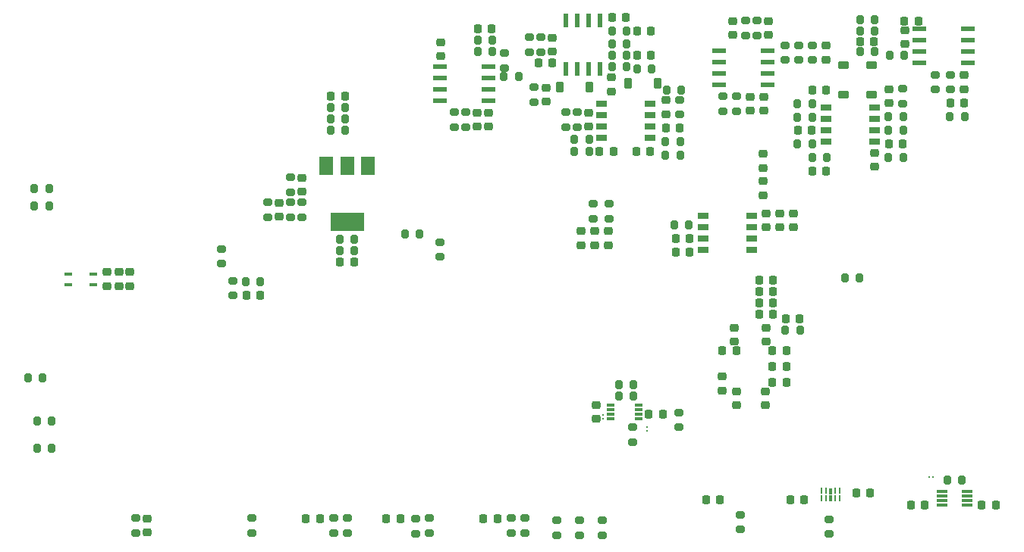
<source format=gbr>
%TF.GenerationSoftware,KiCad,Pcbnew,9.0.0*%
%TF.CreationDate,2025-11-08T16:48:47+03:00*%
%TF.ProjectId,harp.device.quad.dac,68617270-2e64-4657-9669-63652e717561,1.1*%
%TF.SameCoordinates,PX81941e8PY5f5e100*%
%TF.FileFunction,Paste,Bot*%
%TF.FilePolarity,Positive*%
%FSLAX46Y46*%
G04 Gerber Fmt 4.6, Leading zero omitted, Abs format (unit mm)*
G04 Created by KiCad (PCBNEW 9.0.0) date 2025-11-08 16:48:47*
%MOMM*%
%LPD*%
G01*
G04 APERTURE LIST*
G04 Aperture macros list*
%AMRoundRect*
0 Rectangle with rounded corners*
0 $1 Rounding radius*
0 $2 $3 $4 $5 $6 $7 $8 $9 X,Y pos of 4 corners*
0 Add a 4 corners polygon primitive as box body*
4,1,4,$2,$3,$4,$5,$6,$7,$8,$9,$2,$3,0*
0 Add four circle primitives for the rounded corners*
1,1,$1+$1,$2,$3*
1,1,$1+$1,$4,$5*
1,1,$1+$1,$6,$7*
1,1,$1+$1,$8,$9*
0 Add four rect primitives between the rounded corners*
20,1,$1+$1,$2,$3,$4,$5,0*
20,1,$1+$1,$4,$5,$6,$7,0*
20,1,$1+$1,$6,$7,$8,$9,0*
20,1,$1+$1,$8,$9,$2,$3,0*%
G04 Aperture macros list end*
%ADD10RoundRect,0.225000X0.250000X-0.225000X0.250000X0.225000X-0.250000X0.225000X-0.250000X-0.225000X0*%
%ADD11RoundRect,0.200000X-0.200000X-0.275000X0.200000X-0.275000X0.200000X0.275000X-0.200000X0.275000X0*%
%ADD12RoundRect,0.225000X-0.250000X0.225000X-0.250000X-0.225000X0.250000X-0.225000X0.250000X0.225000X0*%
%ADD13RoundRect,0.200000X0.200000X0.275000X-0.200000X0.275000X-0.200000X-0.275000X0.200000X-0.275000X0*%
%ADD14RoundRect,0.200000X0.275000X-0.200000X0.275000X0.200000X-0.275000X0.200000X-0.275000X-0.200000X0*%
%ADD15RoundRect,0.225000X0.225000X0.250000X-0.225000X0.250000X-0.225000X-0.250000X0.225000X-0.250000X0*%
%ADD16RoundRect,0.200000X-0.275000X0.200000X-0.275000X-0.200000X0.275000X-0.200000X0.275000X0.200000X0*%
%ADD17RoundRect,0.225000X-0.225000X-0.250000X0.225000X-0.250000X0.225000X0.250000X-0.225000X0.250000X0*%
%ADD18R,0.250000X0.280000*%
%ADD19RoundRect,0.225000X-0.375000X0.225000X-0.375000X-0.225000X0.375000X-0.225000X0.375000X0.225000X0*%
%ADD20R,0.900000X0.400000*%
%ADD21R,1.500000X2.000000*%
%ADD22R,3.800000X2.000000*%
%ADD23R,1.143000X0.762000*%
%ADD24R,0.250000X0.675000*%
%ADD25R,0.400000X0.775000*%
%ADD26RoundRect,0.225000X-0.225000X-0.375000X0.225000X-0.375000X0.225000X0.375000X-0.225000X0.375000X0*%
%ADD27R,0.850000X0.300000*%
%ADD28R,1.550000X0.600000*%
%ADD29R,0.600000X1.550000*%
%ADD30RoundRect,0.086360X-0.538640X-0.086360X0.538640X-0.086360X0.538640X0.086360X-0.538640X0.086360X0*%
%ADD31R,0.280000X0.250000*%
G04 APERTURE END LIST*
D10*
%TO.C,C84*%
X106951000Y51092000D03*
X106951000Y52642000D03*
%TD*%
D11*
%TO.C,R78*%
X88346000Y49454000D03*
X89996000Y49454000D03*
%TD*%
%TO.C,R77*%
X52659000Y55296000D03*
X54309000Y55296000D03*
%TD*%
D12*
%TO.C,C72*%
X60977000Y56833000D03*
X60977000Y55283000D03*
%TD*%
%TO.C,C36*%
X67234000Y35201000D03*
X67234000Y33651000D03*
%TD*%
D13*
%TO.C,R48*%
X75391000Y50978000D03*
X73741000Y50978000D03*
%TD*%
D14*
%TO.C,R118*%
X48438000Y32331000D03*
X48438000Y33981000D03*
%TD*%
D15*
%TO.C,C93*%
X73317096Y14732000D03*
X71767096Y14732000D03*
%TD*%
D11*
%TO.C,R12*%
X93663000Y29972000D03*
X95313000Y29972000D03*
%TD*%
%TO.C,R73*%
X63454000Y44120000D03*
X65104000Y44120000D03*
%TD*%
D15*
%TO.C,C18*%
X87135000Y20066000D03*
X85585000Y20066000D03*
%TD*%
D16*
%TO.C,R74*%
X105427000Y52692000D03*
X105427000Y51042000D03*
%TD*%
D11*
%TO.C,R76*%
X67645000Y56185000D03*
X69295000Y56185000D03*
%TD*%
D16*
%TO.C,R18*%
X91872000Y2993000D03*
X91872000Y1343000D03*
%TD*%
D12*
%TO.C,C67*%
X60342000Y51245000D03*
X60342000Y49695000D03*
%TD*%
D10*
%TO.C,C82*%
X65041000Y46901000D03*
X65041000Y48451000D03*
%TD*%
D15*
%TO.C,C61*%
X100106000Y45009000D03*
X98556000Y45009000D03*
%TD*%
D17*
%TO.C,C22*%
X85585000Y21844000D03*
X87135000Y21844000D03*
%TD*%
D16*
%TO.C,R114*%
X24054000Y33219000D03*
X24054000Y31569000D03*
%TD*%
D15*
%TO.C,C27*%
X89091000Y5216000D03*
X87541000Y5216000D03*
%TD*%
D17*
%TO.C,C78*%
X90047000Y50978000D03*
X91597000Y50978000D03*
%TD*%
D10*
%TO.C,C48*%
X86360000Y35674000D03*
X86360000Y37224000D03*
%TD*%
D13*
%TO.C,R85*%
X54309000Y56566000D03*
X52659000Y56566000D03*
%TD*%
D17*
%TO.C,C29*%
X94907000Y5978000D03*
X96457000Y5978000D03*
%TD*%
D14*
%TO.C,R46*%
X100093000Y49476000D03*
X100093000Y51126000D03*
%TD*%
%TO.C,R57*%
X80027000Y48629000D03*
X80027000Y50279000D03*
%TD*%
D15*
%TO.C,C76*%
X60990000Y54026000D03*
X59440000Y54026000D03*
%TD*%
%TO.C,C74*%
X101867000Y58674000D03*
X100317000Y58674000D03*
%TD*%
D11*
%TO.C,R66*%
X67645000Y54915000D03*
X69295000Y54915000D03*
%TD*%
D12*
%TO.C,C31*%
X65710000Y35201000D03*
X65710000Y33651000D03*
%TD*%
D17*
%TO.C,C14*%
X42485626Y3048000D03*
X44035626Y3048000D03*
%TD*%
D15*
%TO.C,C64*%
X96931000Y56439000D03*
X95381000Y56439000D03*
%TD*%
D10*
%TO.C,C108*%
X11294000Y29079000D03*
X11294000Y30629000D03*
%TD*%
D18*
%TO.C,TVS1*%
X66700096Y14258000D03*
X66700096Y14698000D03*
%TD*%
D14*
%TO.C,R68*%
X55643000Y53455000D03*
X55643000Y55105000D03*
%TD*%
D11*
%TO.C,R106*%
X26785000Y29600000D03*
X28435000Y29600000D03*
%TD*%
D19*
%TO.C,D2*%
X93489000Y53771000D03*
X93489000Y50471000D03*
%TD*%
D12*
%TO.C,C65*%
X91584000Y55944000D03*
X91584000Y54394000D03*
%TD*%
D10*
%TO.C,C132*%
X33020000Y39611000D03*
X33020000Y41161000D03*
%TD*%
D12*
%TO.C,C49*%
X84836000Y37224000D03*
X84836000Y35674000D03*
%TD*%
%TO.C,C107*%
X12624000Y30629000D03*
X12624000Y29079000D03*
%TD*%
D13*
%TO.C,R103*%
X4825000Y40000000D03*
X3175000Y40000000D03*
%TD*%
D17*
%TO.C,C80*%
X88396000Y46482000D03*
X89946000Y46482000D03*
%TD*%
D12*
%TO.C,C60*%
X98603000Y51076000D03*
X98603000Y49526000D03*
%TD*%
D11*
%TO.C,R109*%
X36259000Y47752000D03*
X37909000Y47752000D03*
%TD*%
D16*
%TO.C,R123*%
X29210000Y38417000D03*
X29210000Y36767000D03*
%TD*%
D15*
%TO.C,C90*%
X72039000Y57582000D03*
X70489000Y57582000D03*
%TD*%
D20*
%TO.C,CMC1*%
X9773000Y30386000D03*
X9773000Y29236000D03*
X6973000Y29236000D03*
X6973000Y30386000D03*
%TD*%
D10*
%TO.C,C12*%
X15748000Y1511000D03*
X15748000Y3061000D03*
%TD*%
%TO.C,C30*%
X64186000Y33651000D03*
X64186000Y35201000D03*
%TD*%
%TO.C,C24*%
X84836000Y22847000D03*
X84836000Y24397000D03*
%TD*%
D21*
%TO.C,U28*%
X35800000Y42520000D03*
X38100000Y42520000D03*
D22*
X38100000Y36220000D03*
D21*
X40400000Y42520000D03*
%TD*%
D17*
%TO.C,C115*%
X36309000Y50292000D03*
X37859000Y50292000D03*
%TD*%
D16*
%TO.C,R16*%
X81966000Y3501000D03*
X81966000Y1851000D03*
%TD*%
%TO.C,R89*%
X75108000Y14931000D03*
X75108000Y13281000D03*
%TD*%
D23*
%TO.C,U15*%
X96997000Y49031000D03*
X96997000Y47761000D03*
X96997000Y46491000D03*
X96997000Y45221000D03*
X91573000Y45221000D03*
X91573000Y46491000D03*
X91573000Y47761000D03*
X91573000Y49031000D03*
%TD*%
D17*
%TO.C,C26*%
X85585000Y18288000D03*
X87135000Y18288000D03*
%TD*%
D13*
%TO.C,R104*%
X4825000Y38000000D03*
X3175000Y38000000D03*
%TD*%
D16*
%TO.C,R15*%
X66548000Y2857000D03*
X66548000Y1207000D03*
%TD*%
D12*
%TO.C,C87*%
X48531000Y56325000D03*
X48531000Y54775000D03*
%TD*%
D15*
%TO.C,C105*%
X110503000Y4572000D03*
X108953000Y4572000D03*
%TD*%
D11*
%TO.C,R49*%
X73614000Y43739000D03*
X75264000Y43739000D03*
%TD*%
%TO.C,R47*%
X98540000Y43443000D03*
X100190000Y43443000D03*
%TD*%
D14*
%TO.C,R83*%
X83820000Y57087000D03*
X83820000Y58737000D03*
%TD*%
D10*
%TO.C,C73*%
X52595000Y46901000D03*
X52595000Y48451000D03*
%TD*%
D12*
%TO.C,C68*%
X96952000Y43964000D03*
X96952000Y42414000D03*
%TD*%
D10*
%TO.C,C43*%
X87884000Y35674000D03*
X87884000Y37224000D03*
%TD*%
D24*
%TO.C,TVS2*%
X91075000Y6184000D03*
X91575000Y6184000D03*
D25*
X92075000Y6134000D03*
D24*
X92575000Y6184000D03*
X93075000Y6184000D03*
X93075000Y5309000D03*
X92575000Y5309000D03*
D25*
X92075000Y5359000D03*
D24*
X91575000Y5309000D03*
X91075000Y5309000D03*
%TD*%
D13*
%TO.C,R119*%
X46215000Y34934000D03*
X44565000Y34934000D03*
%TD*%
D14*
%TO.C,R80*%
X62501000Y46851000D03*
X62501000Y48501000D03*
%TD*%
D23*
%TO.C,U16*%
X71944000Y49454000D03*
X71944000Y48184000D03*
X71944000Y46914000D03*
X71944000Y45644000D03*
X66520000Y45644000D03*
X66520000Y46914000D03*
X66520000Y48184000D03*
X66520000Y49454000D03*
%TD*%
D11*
%TO.C,R50*%
X95331000Y55296000D03*
X96981000Y55296000D03*
%TD*%
D17*
%TO.C,C91*%
X52709000Y57836000D03*
X54259000Y57836000D03*
%TD*%
D13*
%TO.C,R60*%
X57230000Y52502000D03*
X55580000Y52502000D03*
%TD*%
%TO.C,R63*%
X96981000Y58852000D03*
X95331000Y58852000D03*
%TD*%
D12*
%TO.C,C62*%
X73677000Y49848000D03*
X73677000Y48298000D03*
%TD*%
D16*
%TO.C,R24*%
X65566000Y38265000D03*
X65566000Y36615000D03*
%TD*%
D14*
%TO.C,R61*%
X50055000Y46851000D03*
X50055000Y48501000D03*
%TD*%
D12*
%TO.C,C79*%
X67564000Y52388000D03*
X67564000Y50838000D03*
%TD*%
D17*
%TO.C,C4*%
X84099716Y28448000D03*
X85649716Y28448000D03*
%TD*%
D12*
%TO.C,C85*%
X81170000Y58687000D03*
X81170000Y57137000D03*
%TD*%
%TO.C,C70*%
X100330000Y57671000D03*
X100330000Y56121000D03*
%TD*%
D26*
%TO.C,D3*%
X69487000Y51740000D03*
X72787000Y51740000D03*
%TD*%
D13*
%TO.C,R91*%
X5143000Y13970000D03*
X3493000Y13970000D03*
%TD*%
D11*
%TO.C,R87*%
X68415096Y18034000D03*
X70065096Y18034000D03*
%TD*%
D15*
%TO.C,C16*%
X88620286Y25400000D03*
X87070286Y25400000D03*
%TD*%
%TO.C,C10*%
X85649716Y27178000D03*
X84099716Y27178000D03*
%TD*%
D17*
%TO.C,C37*%
X74790000Y34417000D03*
X76340000Y34417000D03*
%TD*%
D13*
%TO.C,R9*%
X88670286Y24130000D03*
X87020286Y24130000D03*
%TD*%
D12*
%TO.C,C58*%
X84506000Y43837000D03*
X84506000Y42287000D03*
%TD*%
D16*
%TO.C,R88*%
X69977000Y13271000D03*
X69977000Y11621000D03*
%TD*%
D14*
%TO.C,R3*%
X36576000Y1461000D03*
X36576000Y3111000D03*
%TD*%
D27*
%TO.C,U21*%
X67538000Y14236000D03*
X67538000Y14736000D03*
X67538000Y15236000D03*
X67538000Y15736000D03*
X70638000Y15736000D03*
X70638000Y15236000D03*
X70638000Y14736000D03*
X70638000Y14236000D03*
%TD*%
D15*
%TO.C,C7*%
X85649716Y29718000D03*
X84099716Y29718000D03*
%TD*%
D13*
%TO.C,R110*%
X37909000Y49022000D03*
X36259000Y49022000D03*
%TD*%
D15*
%TO.C,C102*%
X102553000Y4572000D03*
X101003000Y4572000D03*
%TD*%
D17*
%TO.C,C15*%
X53327000Y3048000D03*
X54877000Y3048000D03*
%TD*%
D12*
%TO.C,C92*%
X65938096Y15761000D03*
X65938096Y14211000D03*
%TD*%
D13*
%TO.C,R81*%
X65104000Y45517000D03*
X63454000Y45517000D03*
%TD*%
D12*
%TO.C,C75*%
X84599000Y50229000D03*
X84599000Y48679000D03*
%TD*%
D15*
%TO.C,C38*%
X76340000Y32893000D03*
X74790000Y32893000D03*
%TD*%
D17*
%TO.C,C81*%
X90047000Y41961000D03*
X91597000Y41961000D03*
%TD*%
D28*
%TO.C,U20*%
X53898000Y53645000D03*
X53898000Y52375000D03*
X53898000Y51105000D03*
X53898000Y49835000D03*
X48498000Y49835000D03*
X48498000Y51105000D03*
X48498000Y52375000D03*
X48498000Y53645000D03*
%TD*%
D15*
%TO.C,C69*%
X71912000Y44120000D03*
X70362000Y44120000D03*
%TD*%
D17*
%TO.C,C13*%
X33515000Y3048000D03*
X35065000Y3048000D03*
%TD*%
D16*
%TO.C,R14*%
X64050000Y2857000D03*
X64050000Y1207000D03*
%TD*%
D18*
%TO.C,TVS3*%
X71552000Y13310000D03*
X71552000Y12870000D03*
%TD*%
D16*
%TO.C,R8*%
X57912000Y3111000D03*
X57912000Y1461000D03*
%TD*%
%TO.C,R65*%
X81551000Y50279000D03*
X81551000Y48629000D03*
%TD*%
D17*
%TO.C,C83*%
X66281000Y44120000D03*
X67831000Y44120000D03*
%TD*%
D14*
%TO.C,R51*%
X90060000Y54344000D03*
X90060000Y55994000D03*
%TD*%
D26*
%TO.C,D4*%
X61850000Y51308000D03*
X65150000Y51308000D03*
%TD*%
D17*
%TO.C,C66*%
X70489000Y54915000D03*
X72039000Y54915000D03*
%TD*%
D14*
%TO.C,R44*%
X75201000Y48248000D03*
X75201000Y49898000D03*
%TD*%
D16*
%TO.C,R72*%
X63771000Y48501000D03*
X63771000Y46851000D03*
%TD*%
D10*
%TO.C,C71*%
X83075000Y48679000D03*
X83075000Y50229000D03*
%TD*%
D13*
%TO.C,R112*%
X38925000Y33020000D03*
X37275000Y33020000D03*
%TD*%
%TO.C,R45*%
X75264000Y45263000D03*
X73614000Y45263000D03*
%TD*%
D17*
%TO.C,C116*%
X37325000Y31750000D03*
X38875000Y31750000D03*
%TD*%
D16*
%TO.C,R120*%
X31750000Y41211000D03*
X31750000Y39561000D03*
%TD*%
%TO.C,R122*%
X31750000Y38417000D03*
X31750000Y36767000D03*
%TD*%
D10*
%TO.C,C110*%
X13834000Y29079000D03*
X13834000Y30629000D03*
%TD*%
D15*
%TO.C,C86*%
X69245000Y59106000D03*
X67695000Y59106000D03*
%TD*%
D11*
%TO.C,R86*%
X68415096Y16764000D03*
X70065096Y16764000D03*
%TD*%
D28*
%TO.C,U17*%
X101965000Y54026000D03*
X101965000Y55296000D03*
X101965000Y56566000D03*
X101965000Y57836000D03*
X107365000Y57836000D03*
X107365000Y56566000D03*
X107365000Y55296000D03*
X107365000Y54026000D03*
%TD*%
D16*
%TO.C,R7*%
X47244000Y3111000D03*
X47244000Y1461000D03*
%TD*%
%TO.C,R13*%
X61468000Y2857000D03*
X61468000Y1207000D03*
%TD*%
D19*
%TO.C,D1*%
X96664000Y53771000D03*
X96664000Y50471000D03*
%TD*%
D13*
%TO.C,R79*%
X89996000Y44967000D03*
X88346000Y44967000D03*
%TD*%
D11*
%TO.C,R55*%
X95331000Y57582000D03*
X96981000Y57582000D03*
%TD*%
D17*
%TO.C,C1*%
X84099716Y25908000D03*
X85649716Y25908000D03*
%TD*%
D14*
%TO.C,R67*%
X58437000Y55233000D03*
X58437000Y56883000D03*
%TD*%
D13*
%TO.C,R43*%
X100156000Y46533000D03*
X98506000Y46533000D03*
%TD*%
D11*
%TO.C,R54*%
X98633000Y54915000D03*
X100283000Y54915000D03*
%TD*%
D14*
%TO.C,R5*%
X56388000Y1461000D03*
X56388000Y3111000D03*
%TD*%
D16*
%TO.C,R59*%
X59707000Y56883000D03*
X59707000Y55233000D03*
%TD*%
%TO.C,R121*%
X33020000Y38417000D03*
X33020000Y36767000D03*
%TD*%
D11*
%TO.C,R111*%
X37275000Y34290000D03*
X38925000Y34290000D03*
%TD*%
D12*
%TO.C,C21*%
X81534000Y17285000D03*
X81534000Y15735000D03*
%TD*%
D14*
%TO.C,R4*%
X45720000Y1393000D03*
X45720000Y3043000D03*
%TD*%
D11*
%TO.C,R102*%
X105093000Y7366000D03*
X106743000Y7366000D03*
%TD*%
D13*
%TO.C,R70*%
X89996000Y47930000D03*
X88346000Y47930000D03*
%TD*%
%TO.C,R58*%
X69295000Y53645000D03*
X67645000Y53645000D03*
%TD*%
D10*
%TO.C,C140*%
X30480000Y36817000D03*
X30480000Y38367000D03*
%TD*%
D16*
%TO.C,R62*%
X103776000Y52692000D03*
X103776000Y51042000D03*
%TD*%
D12*
%TO.C,C59*%
X84506000Y40789000D03*
X84506000Y39239000D03*
%TD*%
D10*
%TO.C,C23*%
X79934000Y17395000D03*
X79934000Y18945000D03*
%TD*%
D23*
%TO.C,U14*%
X77806000Y33147000D03*
X77806000Y34417000D03*
X77806000Y35687000D03*
X77806000Y36957000D03*
X83230000Y36957000D03*
X83230000Y35687000D03*
X83230000Y34417000D03*
X83230000Y33147000D03*
%TD*%
D28*
%TO.C,U18*%
X85013000Y55423000D03*
X85013000Y54153000D03*
X85013000Y52883000D03*
X85013000Y51613000D03*
X79613000Y51613000D03*
X79613000Y52883000D03*
X79613000Y54153000D03*
X79613000Y55423000D03*
%TD*%
D29*
%TO.C,U19*%
X66311000Y53358000D03*
X65041000Y53358000D03*
X63771000Y53358000D03*
X62501000Y53358000D03*
X62501000Y58758000D03*
X63771000Y58758000D03*
X65041000Y58758000D03*
X66311000Y58758000D03*
%TD*%
D15*
%TO.C,C20*%
X81547000Y21844000D03*
X79997000Y21844000D03*
%TD*%
D12*
%TO.C,C89*%
X85090000Y58687000D03*
X85090000Y57137000D03*
%TD*%
D16*
%TO.C,R23*%
X67344000Y38265000D03*
X67344000Y36615000D03*
%TD*%
%TO.C,R69*%
X51325000Y48501000D03*
X51325000Y46851000D03*
%TD*%
D15*
%TO.C,C28*%
X79693000Y5216000D03*
X78143000Y5216000D03*
%TD*%
D13*
%TO.C,R52*%
X72089000Y53391000D03*
X70439000Y53391000D03*
%TD*%
D14*
%TO.C,R1*%
X14478000Y1461000D03*
X14478000Y3111000D03*
%TD*%
%TO.C,R64*%
X87012000Y54344000D03*
X87012000Y55994000D03*
%TD*%
D10*
%TO.C,C25*%
X81280000Y22847000D03*
X81280000Y24397000D03*
%TD*%
D11*
%TO.C,R90*%
X2477000Y18796000D03*
X4127000Y18796000D03*
%TD*%
D13*
%TO.C,R71*%
X91647000Y43485000D03*
X89997000Y43485000D03*
%TD*%
D16*
%TO.C,R105*%
X25324000Y29663000D03*
X25324000Y28013000D03*
%TD*%
D13*
%TO.C,R92*%
X5143000Y10922000D03*
X3493000Y10922000D03*
%TD*%
D14*
%TO.C,R75*%
X82550000Y57087000D03*
X82550000Y58737000D03*
%TD*%
D11*
%TO.C,R82*%
X105364000Y48057000D03*
X107014000Y48057000D03*
%TD*%
D30*
%TO.C,U25*%
X104518000Y4584000D03*
X104518000Y5084000D03*
X104518000Y5584000D03*
X104518000Y6084000D03*
X107318000Y6084000D03*
X107318000Y5584000D03*
X107318000Y5084000D03*
X107318000Y4584000D03*
%TD*%
D15*
%TO.C,C88*%
X106964000Y49581000D03*
X105414000Y49581000D03*
%TD*%
D31*
%TO.C,TVS10*%
X103522000Y7756000D03*
X103082000Y7756000D03*
%TD*%
D15*
%TO.C,C63*%
X75214000Y46787000D03*
X73664000Y46787000D03*
%TD*%
%TO.C,C113*%
X28385000Y28076000D03*
X26835000Y28076000D03*
%TD*%
D14*
%TO.C,R53*%
X58945000Y49645000D03*
X58945000Y51295000D03*
%TD*%
D13*
%TO.C,R84*%
X69295000Y57582000D03*
X67645000Y57582000D03*
%TD*%
D16*
%TO.C,R56*%
X88536000Y55994000D03*
X88536000Y54344000D03*
%TD*%
D12*
%TO.C,C77*%
X53865000Y48451000D03*
X53865000Y46901000D03*
%TD*%
D11*
%TO.C,R25*%
X74613000Y35941000D03*
X76263000Y35941000D03*
%TD*%
D14*
%TO.C,R2*%
X27432000Y1461000D03*
X27432000Y3111000D03*
%TD*%
D16*
%TO.C,R6*%
X38100000Y3111000D03*
X38100000Y1461000D03*
%TD*%
D13*
%TO.C,R42*%
X100156000Y48057000D03*
X98506000Y48057000D03*
%TD*%
D12*
%TO.C,C19*%
X84760000Y17285000D03*
X84760000Y15735000D03*
%TD*%
D11*
%TO.C,R115*%
X36259000Y46482000D03*
X37909000Y46482000D03*
%TD*%
M02*

</source>
